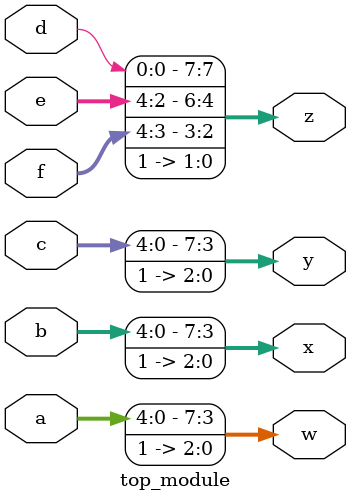
<source format=sv>
module top_module (
    input [4:0] a,
    input [4:0] b,
    input [4:0] c,
    input [4:0] d,
    input [4:0] e,
    input [4:0] f,
    output [7:0] w,
    output [7:0] x,
    output [7:0] y,
    output [7:0] z
);

assign w = {a, 3'b111};
assign x = {b, 3'b111};
assign y = {c, 3'b111};
assign z = {d, e[4:2], f[4:3], 2'b11};

endmodule

</source>
